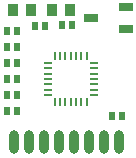
<source format=gbr>
G04 #@! TF.GenerationSoftware,KiCad,Pcbnew,(5.0.2)-1*
G04 #@! TF.CreationDate,2019-07-28T22:14:27+08:00*
G04 #@! TF.ProjectId,NRF24M,4e524632-344d-42e6-9b69-6361645f7063,rev?*
G04 #@! TF.SameCoordinates,Original*
G04 #@! TF.FileFunction,Paste,Top*
G04 #@! TF.FilePolarity,Positive*
%FSLAX46Y46*%
G04 Gerber Fmt 4.6, Leading zero omitted, Abs format (unit mm)*
G04 Created by KiCad (PCBNEW (5.0.2)-1) date 2019-07-28 22:14:27*
%MOMM*%
%LPD*%
G01*
G04 APERTURE LIST*
%ADD10O,0.850000X2.000000*%
%ADD11O,0.800000X0.200000*%
%ADD12O,0.200000X0.800000*%
%ADD13R,0.930000X0.980000*%
%ADD14R,1.150000X0.650000*%
%ADD15R,0.600000X0.650000*%
G04 APERTURE END LIST*
D10*
G04 #@! TO.C,J2*
X83820000Y-61112400D03*
X82550000Y-61112400D03*
X81280000Y-61112400D03*
X80010000Y-61112400D03*
X78740000Y-61112400D03*
X77470000Y-61112400D03*
X76200000Y-61112400D03*
X74930000Y-61112400D03*
G04 #@! TD*
D11*
G04 #@! TO.C,U1*
X81655200Y-54390300D03*
X81655200Y-54840300D03*
X81655200Y-55290300D03*
X81655200Y-55740300D03*
X81655200Y-56190300D03*
X81655200Y-56640300D03*
X81655200Y-57090300D03*
D12*
X81055200Y-57690300D03*
X80605200Y-57690300D03*
X80155200Y-57690300D03*
X79705200Y-57690300D03*
X79255200Y-57690300D03*
X78805200Y-57690300D03*
X78355200Y-57690300D03*
D11*
X77755200Y-57090300D03*
X77755200Y-56640300D03*
X77755200Y-56190300D03*
X77755200Y-55740300D03*
X77755200Y-55290300D03*
X77755200Y-54840300D03*
X77755200Y-54390300D03*
D12*
X78355200Y-53790300D03*
X78805200Y-53790300D03*
X79255200Y-53790300D03*
X79705200Y-53790300D03*
X80155200Y-53790300D03*
X80605200Y-53790300D03*
X81055200Y-53790300D03*
G04 #@! TD*
D13*
G04 #@! TO.C,C4*
X79649700Y-49860200D03*
X78109700Y-49860200D03*
G04 #@! TD*
D14*
G04 #@! TO.C,VR1*
X84406000Y-51546800D03*
X84406000Y-49646800D03*
X81456000Y-50596800D03*
G04 #@! TD*
D15*
G04 #@! TO.C,C2*
X74287400Y-58474320D03*
X75137400Y-58474320D03*
G04 #@! TD*
G04 #@! TO.C,R1*
X75151800Y-57111900D03*
X74301800Y-57111900D03*
G04 #@! TD*
G04 #@! TO.C,R2*
X76676700Y-51219100D03*
X77526700Y-51219100D03*
G04 #@! TD*
D13*
G04 #@! TO.C,D1*
X76335000Y-49860200D03*
X74795000Y-49860200D03*
G04 #@! TD*
D15*
G04 #@! TO.C,R3*
X75139100Y-51650900D03*
X74289100Y-51650900D03*
G04 #@! TD*
G04 #@! TO.C,R4*
X74301800Y-55753000D03*
X75151800Y-55753000D03*
G04 #@! TD*
G04 #@! TO.C,R5*
X75139100Y-54394100D03*
X74289100Y-54394100D03*
G04 #@! TD*
G04 #@! TO.C,C3*
X75151800Y-53035200D03*
X74301800Y-53035200D03*
G04 #@! TD*
G04 #@! TO.C,C5*
X79800000Y-51206400D03*
X78950000Y-51206400D03*
G04 #@! TD*
G04 #@! TO.C,C6*
X84054500Y-58864500D03*
X83204500Y-58864500D03*
G04 #@! TD*
M02*

</source>
